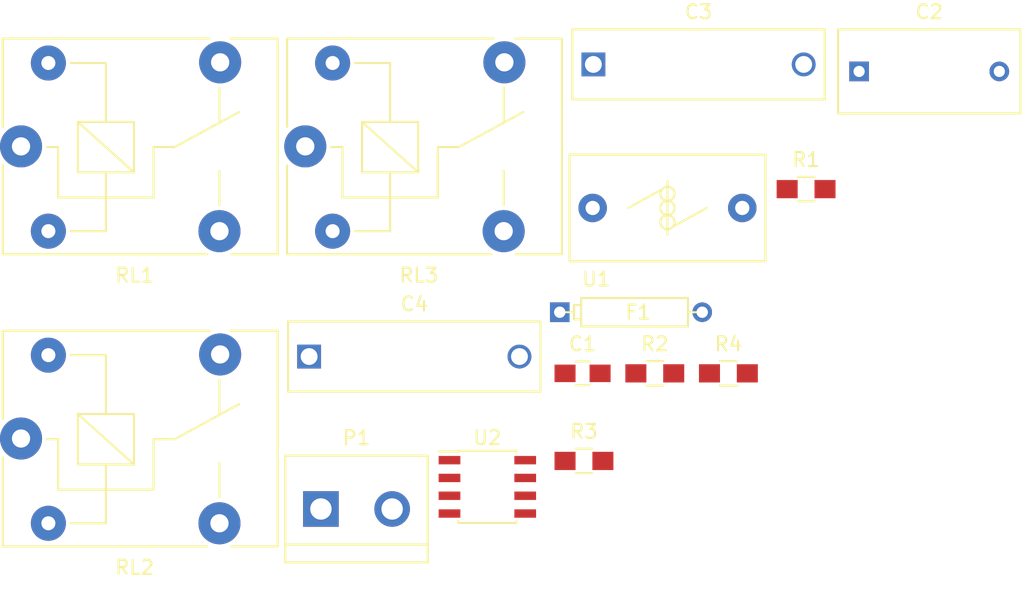
<source format=kicad_pcb>
(kicad_pcb (version 4) (host pcbnew 4.0.4+e1-6308~48~ubuntu16.04.1-stable)

  (general
    (links 3)
    (no_connects 3)
    (area 0 0 0 0)
    (thickness 1.6)
    (drawings 0)
    (tracks 0)
    (zones 0)
    (modules 15)
    (nets 43)
  )

  (page A4)
  (layers
    (0 F.Cu signal)
    (31 B.Cu signal)
    (32 B.Adhes user)
    (33 F.Adhes user)
    (34 B.Paste user)
    (35 F.Paste user)
    (36 B.SilkS user)
    (37 F.SilkS user)
    (38 B.Mask user)
    (39 F.Mask user)
    (40 Dwgs.User user)
    (41 Cmts.User user)
    (42 Eco1.User user)
    (43 Eco2.User user)
    (44 Edge.Cuts user)
    (45 Margin user)
    (46 B.CrtYd user)
    (47 F.CrtYd user)
    (48 B.Fab user)
    (49 F.Fab user)
  )

  (setup
    (last_trace_width 0.25)
    (trace_clearance 0.2)
    (zone_clearance 0.508)
    (zone_45_only no)
    (trace_min 0.2)
    (segment_width 0.2)
    (edge_width 0.1)
    (via_size 0.6)
    (via_drill 0.4)
    (via_min_size 0.4)
    (via_min_drill 0.3)
    (uvia_size 0.3)
    (uvia_drill 0.1)
    (uvias_allowed no)
    (uvia_min_size 0.2)
    (uvia_min_drill 0.1)
    (pcb_text_width 0.3)
    (pcb_text_size 1.5 1.5)
    (mod_edge_width 0.15)
    (mod_text_size 1 1)
    (mod_text_width 0.15)
    (pad_size 1.5 1.5)
    (pad_drill 0.6)
    (pad_to_mask_clearance 0)
    (aux_axis_origin 0 0)
    (visible_elements FFFFFF7F)
    (pcbplotparams
      (layerselection 0x00030_80000001)
      (usegerberextensions false)
      (excludeedgelayer true)
      (linewidth 0.100000)
      (plotframeref false)
      (viasonmask false)
      (mode 1)
      (useauxorigin false)
      (hpglpennumber 1)
      (hpglpenspeed 20)
      (hpglpendiameter 15)
      (hpglpenoverlay 2)
      (psnegative false)
      (psa4output false)
      (plotreference true)
      (plotvalue true)
      (plotinvisibletext false)
      (padsonsilk false)
      (subtractmaskfromsilk false)
      (outputformat 1)
      (mirror false)
      (drillshape 1)
      (scaleselection 1)
      (outputdirectory ""))
  )

  (net 0 "")
  (net 1 "Net-(RL1-Pad2)")
  (net 2 "Net-(RL1-Pad3)")
  (net 3 "Net-(RL1-Pad4)")
  (net 4 "Net-(RL1-Pad5)")
  (net 5 "Net-(RL1-Pad1)")
  (net 6 "Net-(RL2-Pad2)")
  (net 7 "Net-(RL2-Pad3)")
  (net 8 "Net-(RL2-Pad4)")
  (net 9 "Net-(RL2-Pad5)")
  (net 10 "Net-(RL2-Pad1)")
  (net 11 "Net-(RL3-Pad2)")
  (net 12 "Net-(RL3-Pad3)")
  (net 13 "Net-(RL3-Pad4)")
  (net 14 "Net-(RL3-Pad5)")
  (net 15 "Net-(RL3-Pad1)")
  (net 16 "Net-(C1-Pad1)")
  (net 17 "Net-(C1-Pad2)")
  (net 18 "Net-(C2-Pad1)")
  (net 19 "Net-(C2-Pad2)")
  (net 20 "Net-(C3-Pad1)")
  (net 21 "Net-(C3-Pad2)")
  (net 22 "Net-(C4-Pad1)")
  (net 23 "Net-(C4-Pad2)")
  (net 24 "Net-(F1-Pad1)")
  (net 25 "Net-(F1-Pad2)")
  (net 26 "Net-(P1-Pad1)")
  (net 27 "Net-(P1-Pad2)")
  (net 28 "Net-(R1-Pad1)")
  (net 29 "Net-(R1-Pad2)")
  (net 30 "Net-(R2-Pad1)")
  (net 31 "Net-(R2-Pad2)")
  (net 32 "Net-(R3-Pad1)")
  (net 33 "Net-(R3-Pad2)")
  (net 34 "Net-(R4-Pad1)")
  (net 35 "Net-(R4-Pad2)")
  (net 36 "Net-(U1-Pad1)")
  (net 37 "Net-(U2-Pad1)")
  (net 38 "Net-(U2-Pad4)")
  (net 39 "Net-(U2-Pad5)")
  (net 40 "Net-(U2-Pad6)")
  (net 41 "Net-(U2-Pad7)")
  (net 42 "Net-(U2-Pad8)")

  (net_class Default "This is the default net class."
    (clearance 0.2)
    (trace_width 0.25)
    (via_dia 0.6)
    (via_drill 0.4)
    (uvia_dia 0.3)
    (uvia_drill 0.1)
    (add_net "Net-(C1-Pad1)")
    (add_net "Net-(C1-Pad2)")
    (add_net "Net-(C2-Pad1)")
    (add_net "Net-(C2-Pad2)")
    (add_net "Net-(C3-Pad1)")
    (add_net "Net-(C3-Pad2)")
    (add_net "Net-(C4-Pad1)")
    (add_net "Net-(C4-Pad2)")
    (add_net "Net-(F1-Pad1)")
    (add_net "Net-(F1-Pad2)")
    (add_net "Net-(P1-Pad1)")
    (add_net "Net-(P1-Pad2)")
    (add_net "Net-(R1-Pad1)")
    (add_net "Net-(R1-Pad2)")
    (add_net "Net-(R2-Pad1)")
    (add_net "Net-(R2-Pad2)")
    (add_net "Net-(R3-Pad1)")
    (add_net "Net-(R3-Pad2)")
    (add_net "Net-(R4-Pad1)")
    (add_net "Net-(R4-Pad2)")
    (add_net "Net-(RL1-Pad1)")
    (add_net "Net-(RL1-Pad2)")
    (add_net "Net-(RL1-Pad3)")
    (add_net "Net-(RL1-Pad4)")
    (add_net "Net-(RL1-Pad5)")
    (add_net "Net-(RL2-Pad1)")
    (add_net "Net-(RL2-Pad2)")
    (add_net "Net-(RL2-Pad3)")
    (add_net "Net-(RL2-Pad4)")
    (add_net "Net-(RL2-Pad5)")
    (add_net "Net-(RL3-Pad1)")
    (add_net "Net-(RL3-Pad2)")
    (add_net "Net-(RL3-Pad3)")
    (add_net "Net-(RL3-Pad4)")
    (add_net "Net-(RL3-Pad5)")
    (add_net "Net-(U1-Pad1)")
    (add_net "Net-(U2-Pad1)")
    (add_net "Net-(U2-Pad4)")
    (add_net "Net-(U2-Pad5)")
    (add_net "Net-(U2-Pad6)")
    (add_net "Net-(U2-Pad7)")
    (add_net "Net-(U2-Pad8)")
  )

  (module Pin_Headers:CT1 (layer F.Cu) (tedit 583BC543) (tstamp 583BC3CA)
    (at 251.000001 105.775)
    (path /583BBC6E)
    (fp_text reference U1 (at -5.08 5.08) (layer F.SilkS)
      (effects (font (size 1 1) (thickness 0.15)))
    )
    (fp_text value CT1 (at -5.08 -4.445) (layer F.Fab)
      (effects (font (size 1 1) (thickness 0.15)))
    )
    (fp_line (start -6.985 -3.81) (end -6.985 3.81) (layer F.SilkS) (width 0.15))
    (fp_line (start -6.985 3.81) (end 6.985 3.81) (layer F.SilkS) (width 0.15))
    (fp_line (start 6.985 3.81) (end 6.985 -3.81) (layer F.SilkS) (width 0.15))
    (fp_line (start 6.985 -3.81) (end -6.985 -3.81) (layer F.SilkS) (width 0.15))
    (fp_line (start 2.794 0) (end 0.508 1.27) (layer F.SilkS) (width 0.15))
    (fp_line (start -2.794 0) (end -0.508 -1.27) (layer F.SilkS) (width 0.15))
    (fp_circle (center 0 1.016) (end 0 1.524) (layer F.SilkS) (width 0.15))
    (fp_circle (center 0 -1.016) (end 0 -1.524) (layer F.SilkS) (width 0.15))
    (fp_circle (center 0 0) (end 0 -0.508) (layer F.SilkS) (width 0.15))
    (fp_line (start 0 -1.905) (end 0 1.905) (layer F.SilkS) (width 0.15))
    (pad 1 thru_hole circle (at -5.334 0) (size 2.032 2.032) (drill 1.016) (layers *.Cu *.Mask)
      (net 36 "Net-(U1-Pad1)"))
    (pad 2 thru_hole circle (at 5.334 0) (size 2.032 2.032) (drill 1.016) (layers *.Cu *.Mask)
      (net 16 "Net-(C1-Pad1)"))
  )

  (module Relays_THT:Relay_SANYOU_SRD_Series_Form_C (layer F.Cu) (tedit 5418D3EA) (tstamp 583BC3B2)
    (at 204.9 101.38)
    (descr "relay, Sanyou SRD series Form C")
    (path /583BB4C3)
    (fp_text reference RL1 (at 8.1 9.2) (layer F.SilkS)
      (effects (font (size 1 1) (thickness 0.15)))
    )
    (fp_text value G5Q-1 (at 8 -9.6) (layer F.Fab)
      (effects (font (size 1 1) (thickness 0.15)))
    )
    (fp_line (start 15 7.7) (end 18.3 7.7) (layer F.SilkS) (width 0.15))
    (fp_line (start 18.3 7.7) (end 18.3 -7.7) (layer F.SilkS) (width 0.15))
    (fp_line (start 18.3 -7.7) (end 14.95 -7.7) (layer F.SilkS) (width 0.15))
    (fp_line (start -1.3 1.35) (end -1.3 7.7) (layer F.SilkS) (width 0.15))
    (fp_line (start -1.3 7.7) (end 13.25 7.7) (layer F.SilkS) (width 0.15))
    (fp_line (start -1.3 -1.4) (end -1.3 -7.7) (layer F.SilkS) (width 0.15))
    (fp_line (start -1.3 -7.7) (end 13.45 -7.7) (layer F.SilkS) (width 0.15))
    (fp_line (start -1.3 -7.65) (end -1.3 -1.4) (layer F.SilkS) (width 0.15))
    (fp_line (start 14.15 4.2) (end 14.15 1.75) (layer F.SilkS) (width 0.15))
    (fp_line (start 14.15 -4.2) (end 14.15 -1.7) (layer F.SilkS) (width 0.15))
    (fp_line (start 3.55 6.05) (end 6.05 6.05) (layer F.SilkS) (width 0.15))
    (fp_line (start 2.65 0.05) (end 1.85 0.05) (layer F.SilkS) (width 0.15))
    (fp_line (start 6.05 -5.95) (end 3.55 -5.95) (layer F.SilkS) (width 0.15))
    (fp_line (start 9.45 0.05) (end 10.95 0.05) (layer F.SilkS) (width 0.15))
    (fp_line (start 10.95 0.05) (end 15.55 -2.45) (layer F.SilkS) (width 0.15))
    (fp_line (start 9.45 3.65) (end 2.65 3.65) (layer F.SilkS) (width 0.15))
    (fp_line (start 9.45 0.05) (end 9.45 3.65) (layer F.SilkS) (width 0.15))
    (fp_line (start 2.65 0.05) (end 2.65 3.65) (layer F.SilkS) (width 0.15))
    (fp_line (start 6.05 -5.95) (end 6.05 -1.75) (layer F.SilkS) (width 0.15))
    (fp_line (start 6.05 1.85) (end 6.05 6.05) (layer F.SilkS) (width 0.15))
    (fp_line (start 8.05 1.85) (end 4.05 -1.75) (layer F.SilkS) (width 0.15))
    (fp_line (start 4.05 1.85) (end 4.05 -1.75) (layer F.SilkS) (width 0.15))
    (fp_line (start 4.05 -1.75) (end 8.05 -1.75) (layer F.SilkS) (width 0.15))
    (fp_line (start 8.05 -1.75) (end 8.05 1.85) (layer F.SilkS) (width 0.15))
    (fp_line (start 8.05 1.85) (end 4.05 1.85) (layer F.SilkS) (width 0.15))
    (pad 2 thru_hole circle (at 1.95 6.05 90) (size 2.5 2.5) (drill 1) (layers *.Cu *.Mask)
      (net 1 "Net-(RL1-Pad2)"))
    (pad 3 thru_hole circle (at 14.15 6.05 90) (size 3 3) (drill 1.3) (layers *.Cu *.Mask)
      (net 2 "Net-(RL1-Pad3)"))
    (pad 4 thru_hole circle (at 14.2 -6 90) (size 3 3) (drill 1.3) (layers *.Cu *.Mask)
      (net 3 "Net-(RL1-Pad4)"))
    (pad 5 thru_hole circle (at 1.95 -5.95 90) (size 2.5 2.5) (drill 1) (layers *.Cu *.Mask)
      (net 4 "Net-(RL1-Pad5)"))
    (pad 1 thru_hole circle (at 0 0 90) (size 3 3) (drill 1.3) (layers *.Cu *.Mask)
      (net 5 "Net-(RL1-Pad1)"))
    (model Relays_ThroughHole.3dshapes/Relay_SANYOU_SRD_Series_Form_C.wrl
      (at (xyz 0 0 0))
      (scale (xyz 1 1 1))
      (rotate (xyz 0 0 0))
    )
  )

  (module Relays_THT:Relay_SANYOU_SRD_Series_Form_C (layer F.Cu) (tedit 5418D3EA) (tstamp 583BC3BB)
    (at 204.9 122.23)
    (descr "relay, Sanyou SRD series Form C")
    (path /583BB56A)
    (fp_text reference RL2 (at 8.1 9.2) (layer F.SilkS)
      (effects (font (size 1 1) (thickness 0.15)))
    )
    (fp_text value G5Q-1 (at 8 -9.6) (layer F.Fab)
      (effects (font (size 1 1) (thickness 0.15)))
    )
    (fp_line (start 15 7.7) (end 18.3 7.7) (layer F.SilkS) (width 0.15))
    (fp_line (start 18.3 7.7) (end 18.3 -7.7) (layer F.SilkS) (width 0.15))
    (fp_line (start 18.3 -7.7) (end 14.95 -7.7) (layer F.SilkS) (width 0.15))
    (fp_line (start -1.3 1.35) (end -1.3 7.7) (layer F.SilkS) (width 0.15))
    (fp_line (start -1.3 7.7) (end 13.25 7.7) (layer F.SilkS) (width 0.15))
    (fp_line (start -1.3 -1.4) (end -1.3 -7.7) (layer F.SilkS) (width 0.15))
    (fp_line (start -1.3 -7.7) (end 13.45 -7.7) (layer F.SilkS) (width 0.15))
    (fp_line (start -1.3 -7.65) (end -1.3 -1.4) (layer F.SilkS) (width 0.15))
    (fp_line (start 14.15 4.2) (end 14.15 1.75) (layer F.SilkS) (width 0.15))
    (fp_line (start 14.15 -4.2) (end 14.15 -1.7) (layer F.SilkS) (width 0.15))
    (fp_line (start 3.55 6.05) (end 6.05 6.05) (layer F.SilkS) (width 0.15))
    (fp_line (start 2.65 0.05) (end 1.85 0.05) (layer F.SilkS) (width 0.15))
    (fp_line (start 6.05 -5.95) (end 3.55 -5.95) (layer F.SilkS) (width 0.15))
    (fp_line (start 9.45 0.05) (end 10.95 0.05) (layer F.SilkS) (width 0.15))
    (fp_line (start 10.95 0.05) (end 15.55 -2.45) (layer F.SilkS) (width 0.15))
    (fp_line (start 9.45 3.65) (end 2.65 3.65) (layer F.SilkS) (width 0.15))
    (fp_line (start 9.45 0.05) (end 9.45 3.65) (layer F.SilkS) (width 0.15))
    (fp_line (start 2.65 0.05) (end 2.65 3.65) (layer F.SilkS) (width 0.15))
    (fp_line (start 6.05 -5.95) (end 6.05 -1.75) (layer F.SilkS) (width 0.15))
    (fp_line (start 6.05 1.85) (end 6.05 6.05) (layer F.SilkS) (width 0.15))
    (fp_line (start 8.05 1.85) (end 4.05 -1.75) (layer F.SilkS) (width 0.15))
    (fp_line (start 4.05 1.85) (end 4.05 -1.75) (layer F.SilkS) (width 0.15))
    (fp_line (start 4.05 -1.75) (end 8.05 -1.75) (layer F.SilkS) (width 0.15))
    (fp_line (start 8.05 -1.75) (end 8.05 1.85) (layer F.SilkS) (width 0.15))
    (fp_line (start 8.05 1.85) (end 4.05 1.85) (layer F.SilkS) (width 0.15))
    (pad 2 thru_hole circle (at 1.95 6.05 90) (size 2.5 2.5) (drill 1) (layers *.Cu *.Mask)
      (net 6 "Net-(RL2-Pad2)"))
    (pad 3 thru_hole circle (at 14.15 6.05 90) (size 3 3) (drill 1.3) (layers *.Cu *.Mask)
      (net 7 "Net-(RL2-Pad3)"))
    (pad 4 thru_hole circle (at 14.2 -6 90) (size 3 3) (drill 1.3) (layers *.Cu *.Mask)
      (net 8 "Net-(RL2-Pad4)"))
    (pad 5 thru_hole circle (at 1.95 -5.95 90) (size 2.5 2.5) (drill 1) (layers *.Cu *.Mask)
      (net 9 "Net-(RL2-Pad5)"))
    (pad 1 thru_hole circle (at 0 0 90) (size 3 3) (drill 1.3) (layers *.Cu *.Mask)
      (net 10 "Net-(RL2-Pad1)"))
    (model Relays_ThroughHole.3dshapes/Relay_SANYOU_SRD_Series_Form_C.wrl
      (at (xyz 0 0 0))
      (scale (xyz 1 1 1))
      (rotate (xyz 0 0 0))
    )
  )

  (module Relays_THT:Relay_SANYOU_SRD_Series_Form_C (layer F.Cu) (tedit 5418D3EA) (tstamp 583BC3C4)
    (at 225.17 101.38)
    (descr "relay, Sanyou SRD series Form C")
    (path /583BB5BF)
    (fp_text reference RL3 (at 8.1 9.2) (layer F.SilkS)
      (effects (font (size 1 1) (thickness 0.15)))
    )
    (fp_text value G5Q-1 (at 8 -9.6) (layer F.Fab)
      (effects (font (size 1 1) (thickness 0.15)))
    )
    (fp_line (start 15 7.7) (end 18.3 7.7) (layer F.SilkS) (width 0.15))
    (fp_line (start 18.3 7.7) (end 18.3 -7.7) (layer F.SilkS) (width 0.15))
    (fp_line (start 18.3 -7.7) (end 14.95 -7.7) (layer F.SilkS) (width 0.15))
    (fp_line (start -1.3 1.35) (end -1.3 7.7) (layer F.SilkS) (width 0.15))
    (fp_line (start -1.3 7.7) (end 13.25 7.7) (layer F.SilkS) (width 0.15))
    (fp_line (start -1.3 -1.4) (end -1.3 -7.7) (layer F.SilkS) (width 0.15))
    (fp_line (start -1.3 -7.7) (end 13.45 -7.7) (layer F.SilkS) (width 0.15))
    (fp_line (start -1.3 -7.65) (end -1.3 -1.4) (layer F.SilkS) (width 0.15))
    (fp_line (start 14.15 4.2) (end 14.15 1.75) (layer F.SilkS) (width 0.15))
    (fp_line (start 14.15 -4.2) (end 14.15 -1.7) (layer F.SilkS) (width 0.15))
    (fp_line (start 3.55 6.05) (end 6.05 6.05) (layer F.SilkS) (width 0.15))
    (fp_line (start 2.65 0.05) (end 1.85 0.05) (layer F.SilkS) (width 0.15))
    (fp_line (start 6.05 -5.95) (end 3.55 -5.95) (layer F.SilkS) (width 0.15))
    (fp_line (start 9.45 0.05) (end 10.95 0.05) (layer F.SilkS) (width 0.15))
    (fp_line (start 10.95 0.05) (end 15.55 -2.45) (layer F.SilkS) (width 0.15))
    (fp_line (start 9.45 3.65) (end 2.65 3.65) (layer F.SilkS) (width 0.15))
    (fp_line (start 9.45 0.05) (end 9.45 3.65) (layer F.SilkS) (width 0.15))
    (fp_line (start 2.65 0.05) (end 2.65 3.65) (layer F.SilkS) (width 0.15))
    (fp_line (start 6.05 -5.95) (end 6.05 -1.75) (layer F.SilkS) (width 0.15))
    (fp_line (start 6.05 1.85) (end 6.05 6.05) (layer F.SilkS) (width 0.15))
    (fp_line (start 8.05 1.85) (end 4.05 -1.75) (layer F.SilkS) (width 0.15))
    (fp_line (start 4.05 1.85) (end 4.05 -1.75) (layer F.SilkS) (width 0.15))
    (fp_line (start 4.05 -1.75) (end 8.05 -1.75) (layer F.SilkS) (width 0.15))
    (fp_line (start 8.05 -1.75) (end 8.05 1.85) (layer F.SilkS) (width 0.15))
    (fp_line (start 8.05 1.85) (end 4.05 1.85) (layer F.SilkS) (width 0.15))
    (pad 2 thru_hole circle (at 1.95 6.05 90) (size 2.5 2.5) (drill 1) (layers *.Cu *.Mask)
      (net 11 "Net-(RL3-Pad2)"))
    (pad 3 thru_hole circle (at 14.15 6.05 90) (size 3 3) (drill 1.3) (layers *.Cu *.Mask)
      (net 12 "Net-(RL3-Pad3)"))
    (pad 4 thru_hole circle (at 14.2 -6 90) (size 3 3) (drill 1.3) (layers *.Cu *.Mask)
      (net 13 "Net-(RL3-Pad4)"))
    (pad 5 thru_hole circle (at 1.95 -5.95 90) (size 2.5 2.5) (drill 1) (layers *.Cu *.Mask)
      (net 14 "Net-(RL3-Pad5)"))
    (pad 1 thru_hole circle (at 0 0 90) (size 3 3) (drill 1.3) (layers *.Cu *.Mask)
      (net 15 "Net-(RL3-Pad1)"))
    (model Relays_ThroughHole.3dshapes/Relay_SANYOU_SRD_Series_Form_C.wrl
      (at (xyz 0 0 0))
      (scale (xyz 1 1 1))
      (rotate (xyz 0 0 0))
    )
  )

  (module Capacitors_SMD:C_0805_HandSoldering (layer F.Cu) (tedit 541A9B8D) (tstamp 583F0CF2)
    (at 244.945001 117.58)
    (descr "Capacitor SMD 0805, hand soldering")
    (tags "capacitor 0805")
    (path /583BF078)
    (attr smd)
    (fp_text reference C1 (at 0 -2.1) (layer F.SilkS)
      (effects (font (size 1 1) (thickness 0.15)))
    )
    (fp_text value C (at 0 2.1) (layer F.Fab)
      (effects (font (size 1 1) (thickness 0.15)))
    )
    (fp_line (start -1 0.625) (end -1 -0.625) (layer F.Fab) (width 0.15))
    (fp_line (start 1 0.625) (end -1 0.625) (layer F.Fab) (width 0.15))
    (fp_line (start 1 -0.625) (end 1 0.625) (layer F.Fab) (width 0.15))
    (fp_line (start -1 -0.625) (end 1 -0.625) (layer F.Fab) (width 0.15))
    (fp_line (start -2.3 -1) (end 2.3 -1) (layer F.CrtYd) (width 0.05))
    (fp_line (start -2.3 1) (end 2.3 1) (layer F.CrtYd) (width 0.05))
    (fp_line (start -2.3 -1) (end -2.3 1) (layer F.CrtYd) (width 0.05))
    (fp_line (start 2.3 -1) (end 2.3 1) (layer F.CrtYd) (width 0.05))
    (fp_line (start 0.5 -0.85) (end -0.5 -0.85) (layer F.SilkS) (width 0.15))
    (fp_line (start -0.5 0.85) (end 0.5 0.85) (layer F.SilkS) (width 0.15))
    (pad 1 smd rect (at -1.25 0) (size 1.5 1.25) (layers F.Cu F.Paste F.Mask)
      (net 16 "Net-(C1-Pad1)"))
    (pad 2 smd rect (at 1.25 0) (size 1.5 1.25) (layers F.Cu F.Paste F.Mask)
      (net 17 "Net-(C1-Pad2)"))
    (model Capacitors_SMD.3dshapes/C_0805_HandSoldering.wrl
      (at (xyz 0 0 0))
      (scale (xyz 1 1 1))
      (rotate (xyz 0 0 0))
    )
  )

  (module Capacitors_THT:C_Rect_L13_W6_H12_P10 (layer F.Cu) (tedit 0) (tstamp 583F0CF8)
    (at 264.665001 96.03)
    (descr "Film Capacitor Length 13mm x Width 6mm x Height 12mm, Pitch 10mm")
    (tags "Kemet R.46 Capacitor")
    (path /583BE0E1)
    (fp_text reference C2 (at 5 -4.25) (layer F.SilkS)
      (effects (font (size 1 1) (thickness 0.15)))
    )
    (fp_text value C (at 5 4.25) (layer F.Fab)
      (effects (font (size 1 1) (thickness 0.15)))
    )
    (fp_line (start -1.75 -3.25) (end 11.75 -3.25) (layer F.CrtYd) (width 0.05))
    (fp_line (start 11.75 -3.25) (end 11.75 3.25) (layer F.CrtYd) (width 0.05))
    (fp_line (start 11.75 3.25) (end -1.75 3.25) (layer F.CrtYd) (width 0.05))
    (fp_line (start -1.75 3.25) (end -1.75 -3.25) (layer F.CrtYd) (width 0.05))
    (fp_line (start -1.5 -3) (end 11.5 -3) (layer F.SilkS) (width 0.15))
    (fp_line (start 11.5 -3) (end 11.5 3) (layer F.SilkS) (width 0.15))
    (fp_line (start 11.5 3) (end -1.5 3) (layer F.SilkS) (width 0.15))
    (fp_line (start -1.5 3) (end -1.5 -3) (layer F.SilkS) (width 0.15))
    (pad 1 thru_hole rect (at 0 0) (size 1.4 1.4) (drill 0.8) (layers *.Cu *.Mask)
      (net 18 "Net-(C2-Pad1)"))
    (pad 2 thru_hole circle (at 10 0) (size 1.4 1.4) (drill 0.8) (layers *.Cu *.Mask)
      (net 19 "Net-(C2-Pad2)"))
    (model Capacitors_ThroughHole.3dshapes/C_Rect_L13_W6_H12_P10.wrl
      (at (xyz 0.19685 0 0))
      (scale (xyz 4 4 4))
      (rotate (xyz 0 0 0))
    )
  )

  (module Capacitors_THT:C_Rect_L18_W5_P15 (layer F.Cu) (tedit 0) (tstamp 583F0CFE)
    (at 245.715001 95.53)
    (descr "Film Capacitor Length 18mm x Width 5mm, Pitch 5mm")
    (tags Capacitor)
    (path /583BE15A)
    (fp_text reference C3 (at 7.5 -3.75) (layer F.SilkS)
      (effects (font (size 1 1) (thickness 0.15)))
    )
    (fp_text value C (at 7.5 3.75) (layer F.Fab)
      (effects (font (size 1 1) (thickness 0.15)))
    )
    (fp_line (start -1.75 -2.75) (end 16.75 -2.75) (layer F.CrtYd) (width 0.05))
    (fp_line (start 16.75 -2.75) (end 16.75 2.75) (layer F.CrtYd) (width 0.05))
    (fp_line (start 16.75 2.75) (end -1.75 2.75) (layer F.CrtYd) (width 0.05))
    (fp_line (start -1.75 2.75) (end -1.75 -2.75) (layer F.CrtYd) (width 0.05))
    (fp_line (start -1.5 -2.5) (end -1.5 -2.5) (layer F.SilkS) (width 0.15))
    (fp_line (start 16.5 2.5) (end 16.5 -2.5) (layer F.SilkS) (width 0.15))
    (fp_line (start 16.5 -2.5) (end -1.5 -2.5) (layer F.SilkS) (width 0.15))
    (fp_line (start -1.5 -2.5) (end -1.5 2.5) (layer F.SilkS) (width 0.15))
    (fp_line (start -1.5 2.5) (end 16.5 2.5) (layer F.SilkS) (width 0.15))
    (pad 1 thru_hole rect (at 0 0) (size 1.7 1.7) (drill 1.2) (layers *.Cu *.Mask)
      (net 20 "Net-(C3-Pad1)"))
    (pad 2 thru_hole circle (at 15 0) (size 1.7 1.7) (drill 1.2) (layers *.Cu *.Mask)
      (net 21 "Net-(C3-Pad2)"))
  )

  (module Capacitors_THT:C_Rect_L18_W5_P15 (layer F.Cu) (tedit 0) (tstamp 583F0D04)
    (at 225.445001 116.38)
    (descr "Film Capacitor Length 18mm x Width 5mm, Pitch 5mm")
    (tags Capacitor)
    (path /583BE19D)
    (fp_text reference C4 (at 7.5 -3.75) (layer F.SilkS)
      (effects (font (size 1 1) (thickness 0.15)))
    )
    (fp_text value C (at 7.5 3.75) (layer F.Fab)
      (effects (font (size 1 1) (thickness 0.15)))
    )
    (fp_line (start -1.75 -2.75) (end 16.75 -2.75) (layer F.CrtYd) (width 0.05))
    (fp_line (start 16.75 -2.75) (end 16.75 2.75) (layer F.CrtYd) (width 0.05))
    (fp_line (start 16.75 2.75) (end -1.75 2.75) (layer F.CrtYd) (width 0.05))
    (fp_line (start -1.75 2.75) (end -1.75 -2.75) (layer F.CrtYd) (width 0.05))
    (fp_line (start -1.5 -2.5) (end -1.5 -2.5) (layer F.SilkS) (width 0.15))
    (fp_line (start 16.5 2.5) (end 16.5 -2.5) (layer F.SilkS) (width 0.15))
    (fp_line (start 16.5 -2.5) (end -1.5 -2.5) (layer F.SilkS) (width 0.15))
    (fp_line (start -1.5 -2.5) (end -1.5 2.5) (layer F.SilkS) (width 0.15))
    (fp_line (start -1.5 2.5) (end 16.5 2.5) (layer F.SilkS) (width 0.15))
    (pad 1 thru_hole rect (at 0 0) (size 1.7 1.7) (drill 1.2) (layers *.Cu *.Mask)
      (net 22 "Net-(C4-Pad1)"))
    (pad 2 thru_hole circle (at 15 0) (size 1.7 1.7) (drill 1.2) (layers *.Cu *.Mask)
      (net 23 "Net-(C4-Pad2)"))
  )

  (module Discret:CP4 (layer F.Cu) (tedit 0) (tstamp 583F0D0A)
    (at 248.3985 113.216001)
    (descr "Condensateur polarise")
    (tags CP)
    (path /583BD865)
    (fp_text reference F1 (at 0.508 0) (layer F.SilkS)
      (effects (font (size 1 1) (thickness 0.15)))
    )
    (fp_text value Fuse_Small (at 0.508 0) (layer F.Fab)
      (effects (font (size 1 1) (thickness 0.15)))
    )
    (fp_line (start 5.08 0) (end 4.064 0) (layer F.SilkS) (width 0.15))
    (fp_line (start 4.064 0) (end 4.064 1.016) (layer F.SilkS) (width 0.15))
    (fp_line (start 4.064 1.016) (end -3.556 1.016) (layer F.SilkS) (width 0.15))
    (fp_line (start -3.556 1.016) (end -3.556 -1.016) (layer F.SilkS) (width 0.15))
    (fp_line (start -3.556 -1.016) (end 4.064 -1.016) (layer F.SilkS) (width 0.15))
    (fp_line (start 4.064 -1.016) (end 4.064 0) (layer F.SilkS) (width 0.15))
    (fp_line (start -5.08 0) (end -4.064 0) (layer F.SilkS) (width 0.15))
    (fp_line (start -3.556 0.508) (end -4.064 0.508) (layer F.SilkS) (width 0.15))
    (fp_line (start -4.064 0.508) (end -4.064 -0.508) (layer F.SilkS) (width 0.15))
    (fp_line (start -4.064 -0.508) (end -3.556 -0.508) (layer F.SilkS) (width 0.15))
    (pad 1 thru_hole rect (at -5.08 0) (size 1.397 1.397) (drill 0.8128) (layers *.Cu *.Mask)
      (net 24 "Net-(F1-Pad1)"))
    (pad 2 thru_hole circle (at 5.08 0) (size 1.397 1.397) (drill 0.8128) (layers *.Cu *.Mask)
      (net 25 "Net-(F1-Pad2)"))
    (model Discret.3dshapes/CP4.wrl
      (at (xyz 0 0 0))
      (scale (xyz 0.4 0.4 0.4))
      (rotate (xyz 0 0 0))
    )
  )

  (module Connectors:bornier2 (layer F.Cu) (tedit 0) (tstamp 583F0D10)
    (at 228.825001 127.26)
    (descr "Bornier d'alimentation 2 pins")
    (tags DEV)
    (path /583BD5F2)
    (fp_text reference P1 (at 0 -5.08) (layer F.SilkS)
      (effects (font (size 1 1) (thickness 0.15)))
    )
    (fp_text value CONN_01X02 (at 0 5.08) (layer F.Fab)
      (effects (font (size 1 1) (thickness 0.15)))
    )
    (fp_line (start 5.08 2.54) (end -5.08 2.54) (layer F.SilkS) (width 0.15))
    (fp_line (start 5.08 3.81) (end 5.08 -3.81) (layer F.SilkS) (width 0.15))
    (fp_line (start 5.08 -3.81) (end -5.08 -3.81) (layer F.SilkS) (width 0.15))
    (fp_line (start -5.08 -3.81) (end -5.08 3.81) (layer F.SilkS) (width 0.15))
    (fp_line (start -5.08 3.81) (end 5.08 3.81) (layer F.SilkS) (width 0.15))
    (pad 1 thru_hole rect (at -2.54 0) (size 2.54 2.54) (drill 1.524) (layers *.Cu *.Mask)
      (net 26 "Net-(P1-Pad1)"))
    (pad 2 thru_hole circle (at 2.54 0) (size 2.54 2.54) (drill 1.524) (layers *.Cu *.Mask)
      (net 27 "Net-(P1-Pad2)"))
    (model Connect.3dshapes/bornier2.wrl
      (at (xyz 0 0 0))
      (scale (xyz 1 1 1))
      (rotate (xyz 0 0 0))
    )
  )

  (module Resistors_SMD:R_0805_HandSoldering (layer F.Cu) (tedit 58307B90) (tstamp 583F0D16)
    (at 260.885001 104.43)
    (descr "Resistor SMD 0805, hand soldering")
    (tags "resistor 0805")
    (path /583BE42E)
    (attr smd)
    (fp_text reference R1 (at 0 -2.1) (layer F.SilkS)
      (effects (font (size 1 1) (thickness 0.15)))
    )
    (fp_text value R (at 0 2.1) (layer F.Fab)
      (effects (font (size 1 1) (thickness 0.15)))
    )
    (fp_line (start -1 0.625) (end -1 -0.625) (layer F.Fab) (width 0.1))
    (fp_line (start 1 0.625) (end -1 0.625) (layer F.Fab) (width 0.1))
    (fp_line (start 1 -0.625) (end 1 0.625) (layer F.Fab) (width 0.1))
    (fp_line (start -1 -0.625) (end 1 -0.625) (layer F.Fab) (width 0.1))
    (fp_line (start -2.4 -1) (end 2.4 -1) (layer F.CrtYd) (width 0.05))
    (fp_line (start -2.4 1) (end 2.4 1) (layer F.CrtYd) (width 0.05))
    (fp_line (start -2.4 -1) (end -2.4 1) (layer F.CrtYd) (width 0.05))
    (fp_line (start 2.4 -1) (end 2.4 1) (layer F.CrtYd) (width 0.05))
    (fp_line (start 0.6 0.875) (end -0.6 0.875) (layer F.SilkS) (width 0.15))
    (fp_line (start -0.6 -0.875) (end 0.6 -0.875) (layer F.SilkS) (width 0.15))
    (pad 1 smd rect (at -1.35 0) (size 1.5 1.3) (layers F.Cu F.Paste F.Mask)
      (net 28 "Net-(R1-Pad1)"))
    (pad 2 smd rect (at 1.35 0) (size 1.5 1.3) (layers F.Cu F.Paste F.Mask)
      (net 29 "Net-(R1-Pad2)"))
    (model Resistors_SMD.3dshapes/R_0805_HandSoldering.wrl
      (at (xyz 0 0 0))
      (scale (xyz 1 1 1))
      (rotate (xyz 0 0 0))
    )
  )

  (module Resistors_SMD:R_0805_HandSoldering (layer F.Cu) (tedit 58307B90) (tstamp 583F0D1C)
    (at 250.095001 117.58)
    (descr "Resistor SMD 0805, hand soldering")
    (tags "resistor 0805")
    (path /583BE4DD)
    (attr smd)
    (fp_text reference R2 (at 0 -2.1) (layer F.SilkS)
      (effects (font (size 1 1) (thickness 0.15)))
    )
    (fp_text value R (at 0 2.1) (layer F.Fab)
      (effects (font (size 1 1) (thickness 0.15)))
    )
    (fp_line (start -1 0.625) (end -1 -0.625) (layer F.Fab) (width 0.1))
    (fp_line (start 1 0.625) (end -1 0.625) (layer F.Fab) (width 0.1))
    (fp_line (start 1 -0.625) (end 1 0.625) (layer F.Fab) (width 0.1))
    (fp_line (start -1 -0.625) (end 1 -0.625) (layer F.Fab) (width 0.1))
    (fp_line (start -2.4 -1) (end 2.4 -1) (layer F.CrtYd) (width 0.05))
    (fp_line (start -2.4 1) (end 2.4 1) (layer F.CrtYd) (width 0.05))
    (fp_line (start -2.4 -1) (end -2.4 1) (layer F.CrtYd) (width 0.05))
    (fp_line (start 2.4 -1) (end 2.4 1) (layer F.CrtYd) (width 0.05))
    (fp_line (start 0.6 0.875) (end -0.6 0.875) (layer F.SilkS) (width 0.15))
    (fp_line (start -0.6 -0.875) (end 0.6 -0.875) (layer F.SilkS) (width 0.15))
    (pad 1 smd rect (at -1.35 0) (size 1.5 1.3) (layers F.Cu F.Paste F.Mask)
      (net 30 "Net-(R2-Pad1)"))
    (pad 2 smd rect (at 1.35 0) (size 1.5 1.3) (layers F.Cu F.Paste F.Mask)
      (net 31 "Net-(R2-Pad2)"))
    (model Resistors_SMD.3dshapes/R_0805_HandSoldering.wrl
      (at (xyz 0 0 0))
      (scale (xyz 1 1 1))
      (rotate (xyz 0 0 0))
    )
  )

  (module Resistors_SMD:R_0805_HandSoldering (layer F.Cu) (tedit 58307B90) (tstamp 583F0D22)
    (at 245.045001 123.83)
    (descr "Resistor SMD 0805, hand soldering")
    (tags "resistor 0805")
    (path /583BE55F)
    (attr smd)
    (fp_text reference R3 (at 0 -2.1) (layer F.SilkS)
      (effects (font (size 1 1) (thickness 0.15)))
    )
    (fp_text value R (at 0 2.1) (layer F.Fab)
      (effects (font (size 1 1) (thickness 0.15)))
    )
    (fp_line (start -1 0.625) (end -1 -0.625) (layer F.Fab) (width 0.1))
    (fp_line (start 1 0.625) (end -1 0.625) (layer F.Fab) (width 0.1))
    (fp_line (start 1 -0.625) (end 1 0.625) (layer F.Fab) (width 0.1))
    (fp_line (start -1 -0.625) (end 1 -0.625) (layer F.Fab) (width 0.1))
    (fp_line (start -2.4 -1) (end 2.4 -1) (layer F.CrtYd) (width 0.05))
    (fp_line (start -2.4 1) (end 2.4 1) (layer F.CrtYd) (width 0.05))
    (fp_line (start -2.4 -1) (end -2.4 1) (layer F.CrtYd) (width 0.05))
    (fp_line (start 2.4 -1) (end 2.4 1) (layer F.CrtYd) (width 0.05))
    (fp_line (start 0.6 0.875) (end -0.6 0.875) (layer F.SilkS) (width 0.15))
    (fp_line (start -0.6 -0.875) (end 0.6 -0.875) (layer F.SilkS) (width 0.15))
    (pad 1 smd rect (at -1.35 0) (size 1.5 1.3) (layers F.Cu F.Paste F.Mask)
      (net 32 "Net-(R3-Pad1)"))
    (pad 2 smd rect (at 1.35 0) (size 1.5 1.3) (layers F.Cu F.Paste F.Mask)
      (net 33 "Net-(R3-Pad2)"))
    (model Resistors_SMD.3dshapes/R_0805_HandSoldering.wrl
      (at (xyz 0 0 0))
      (scale (xyz 1 1 1))
      (rotate (xyz 0 0 0))
    )
  )

  (module Resistors_SMD:R_0805_HandSoldering (layer F.Cu) (tedit 58307B90) (tstamp 583F0D28)
    (at 255.345001 117.58)
    (descr "Resistor SMD 0805, hand soldering")
    (tags "resistor 0805")
    (path /583BE633)
    (attr smd)
    (fp_text reference R4 (at 0 -2.1) (layer F.SilkS)
      (effects (font (size 1 1) (thickness 0.15)))
    )
    (fp_text value R (at 0 2.1) (layer F.Fab)
      (effects (font (size 1 1) (thickness 0.15)))
    )
    (fp_line (start -1 0.625) (end -1 -0.625) (layer F.Fab) (width 0.1))
    (fp_line (start 1 0.625) (end -1 0.625) (layer F.Fab) (width 0.1))
    (fp_line (start 1 -0.625) (end 1 0.625) (layer F.Fab) (width 0.1))
    (fp_line (start -1 -0.625) (end 1 -0.625) (layer F.Fab) (width 0.1))
    (fp_line (start -2.4 -1) (end 2.4 -1) (layer F.CrtYd) (width 0.05))
    (fp_line (start -2.4 1) (end 2.4 1) (layer F.CrtYd) (width 0.05))
    (fp_line (start -2.4 -1) (end -2.4 1) (layer F.CrtYd) (width 0.05))
    (fp_line (start 2.4 -1) (end 2.4 1) (layer F.CrtYd) (width 0.05))
    (fp_line (start 0.6 0.875) (end -0.6 0.875) (layer F.SilkS) (width 0.15))
    (fp_line (start -0.6 -0.875) (end 0.6 -0.875) (layer F.SilkS) (width 0.15))
    (pad 1 smd rect (at -1.35 0) (size 1.5 1.3) (layers F.Cu F.Paste F.Mask)
      (net 34 "Net-(R4-Pad1)"))
    (pad 2 smd rect (at 1.35 0) (size 1.5 1.3) (layers F.Cu F.Paste F.Mask)
      (net 35 "Net-(R4-Pad2)"))
    (model Resistors_SMD.3dshapes/R_0805_HandSoldering.wrl
      (at (xyz 0 0 0))
      (scale (xyz 1 1 1))
      (rotate (xyz 0 0 0))
    )
  )

  (module Housings_SOIC:SOIC-8_3.9x4.9mm_Pitch1.27mm (layer F.Cu) (tedit 54130A77) (tstamp 583F0D34)
    (at 238.155001 125.68)
    (descr "8-Lead Plastic Small Outline (SN) - Narrow, 3.90 mm Body [SOIC] (see Microchip Packaging Specification 00000049BS.pdf)")
    (tags "SOIC 1.27")
    (path /583BEBED)
    (attr smd)
    (fp_text reference U2 (at 0 -3.5) (layer F.SilkS)
      (effects (font (size 1 1) (thickness 0.15)))
    )
    (fp_text value FM2140 (at 0 3.5) (layer F.Fab)
      (effects (font (size 1 1) (thickness 0.15)))
    )
    (fp_line (start -0.95 -2.45) (end 1.95 -2.45) (layer F.Fab) (width 0.15))
    (fp_line (start 1.95 -2.45) (end 1.95 2.45) (layer F.Fab) (width 0.15))
    (fp_line (start 1.95 2.45) (end -1.95 2.45) (layer F.Fab) (width 0.15))
    (fp_line (start -1.95 2.45) (end -1.95 -1.45) (layer F.Fab) (width 0.15))
    (fp_line (start -1.95 -1.45) (end -0.95 -2.45) (layer F.Fab) (width 0.15))
    (fp_line (start -3.75 -2.75) (end -3.75 2.75) (layer F.CrtYd) (width 0.05))
    (fp_line (start 3.75 -2.75) (end 3.75 2.75) (layer F.CrtYd) (width 0.05))
    (fp_line (start -3.75 -2.75) (end 3.75 -2.75) (layer F.CrtYd) (width 0.05))
    (fp_line (start -3.75 2.75) (end 3.75 2.75) (layer F.CrtYd) (width 0.05))
    (fp_line (start -2.075 -2.575) (end -2.075 -2.525) (layer F.SilkS) (width 0.15))
    (fp_line (start 2.075 -2.575) (end 2.075 -2.43) (layer F.SilkS) (width 0.15))
    (fp_line (start 2.075 2.575) (end 2.075 2.43) (layer F.SilkS) (width 0.15))
    (fp_line (start -2.075 2.575) (end -2.075 2.43) (layer F.SilkS) (width 0.15))
    (fp_line (start -2.075 -2.575) (end 2.075 -2.575) (layer F.SilkS) (width 0.15))
    (fp_line (start -2.075 2.575) (end 2.075 2.575) (layer F.SilkS) (width 0.15))
    (fp_line (start -2.075 -2.525) (end -3.475 -2.525) (layer F.SilkS) (width 0.15))
    (pad 1 smd rect (at -2.7 -1.905) (size 1.55 0.6) (layers F.Cu F.Paste F.Mask)
      (net 37 "Net-(U2-Pad1)"))
    (pad 2 smd rect (at -2.7 -0.635) (size 1.55 0.6) (layers F.Cu F.Paste F.Mask)
      (net 17 "Net-(C1-Pad2)"))
    (pad 3 smd rect (at -2.7 0.635) (size 1.55 0.6) (layers F.Cu F.Paste F.Mask)
      (net 36 "Net-(U1-Pad1)"))
    (pad 4 smd rect (at -2.7 1.905) (size 1.55 0.6) (layers F.Cu F.Paste F.Mask)
      (net 38 "Net-(U2-Pad4)"))
    (pad 5 smd rect (at 2.7 1.905) (size 1.55 0.6) (layers F.Cu F.Paste F.Mask)
      (net 39 "Net-(U2-Pad5)"))
    (pad 6 smd rect (at 2.7 0.635) (size 1.55 0.6) (layers F.Cu F.Paste F.Mask)
      (net 40 "Net-(U2-Pad6)"))
    (pad 7 smd rect (at 2.7 -0.635) (size 1.55 0.6) (layers F.Cu F.Paste F.Mask)
      (net 41 "Net-(U2-Pad7)"))
    (pad 8 smd rect (at 2.7 -1.905) (size 1.55 0.6) (layers F.Cu F.Paste F.Mask)
      (net 42 "Net-(U2-Pad8)"))
    (model Housings_SOIC.3dshapes/SOIC-8_3.9x4.9mm_Pitch1.27mm.wrl
      (at (xyz 0 0 0))
      (scale (xyz 1 1 1))
      (rotate (xyz 0 0 0))
    )
  )

)

</source>
